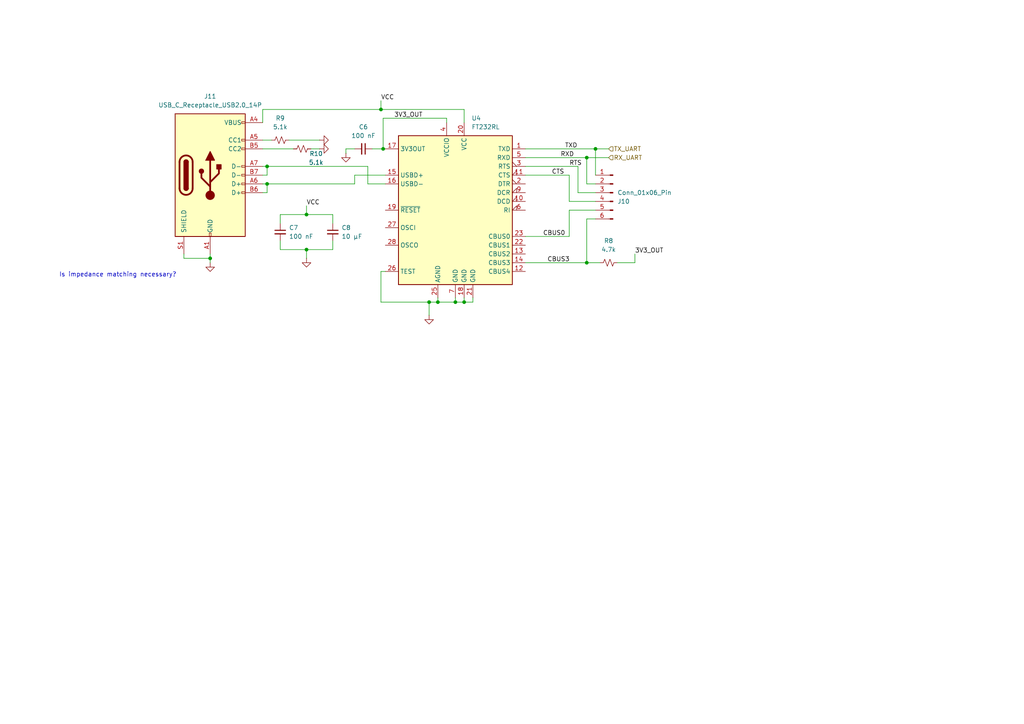
<source format=kicad_sch>
(kicad_sch (version 20250114) (generator "eeschema") (generator_version "9.0")
  (paper "A4")
  (lib_symbols
    (symbol "Connector:Conn_01x06_Pin" (pin_names (offset 1.016) (hide yes))
      (property "Reference" "J" (at 0 7.62 0))
      (property "Value" "Conn_01x06_Pin" (at 0 -10.16 0))
      (symbol "Conn_01x06_Pin_1_1"
        (rectangle (start 0.8636 5.207) (end 0 4.953) (stroke (width 0.1524)) (fill (type outline)))
        (rectangle (start 0.8636 2.667) (end 0 2.413) (stroke (width 0.1524)) (fill (type outline)))
        (rectangle (start 0.8636 0.127) (end 0 -0.127) (stroke (width 0.1524)) (fill (type outline)))
        (rectangle (start 0.8636 -2.413) (end 0 -2.667) (stroke (width 0.1524)) (fill (type outline)))
        (rectangle (start 0.8636 -4.953) (end 0 -5.207) (stroke (width 0.1524)) (fill (type outline)))
        (rectangle (start 0.8636 -7.493) (end 0 -7.747) (stroke (width 0.1524)) (fill (type outline)))
        (polyline (pts (xy 1.27 5.08) (xy 0.8636 5.08)) (stroke (width 0.1524)))
        (polyline (pts (xy 1.27 2.54) (xy 0.8636 2.54)) (stroke (width 0.1524)))
        (polyline (pts (xy 1.27 0) (xy 0.8636 0)) (stroke (width 0.1524)))
        (polyline (pts (xy 1.27 -2.54) (xy 0.8636 -2.54)) (stroke (width 0.1524)))
        (polyline (pts (xy 1.27 -5.08) (xy 0.8636 -5.08)) (stroke (width 0.1524)))
        (polyline (pts (xy 1.27 -7.62) (xy 0.8636 -7.62)) (stroke (width 0.1524)))
        (pin passive line (at 5.08 5.08 180) (length 3.81) (name "Pin_1") (number "1"))
        (pin passive line (at 5.08 2.54 180) (length 3.81) (name "Pin_2") (number "2"))
        (pin passive line (at 5.08 0 180) (length 3.81) (name "Pin_3") (number "3"))
        (pin passive line (at 5.08 -2.54 180) (length 3.81) (name "Pin_4") (number "4"))
        (pin passive line (at 5.08 -5.08 180) (length 3.81) (name "Pin_5") (number "5"))
        (pin passive line (at 5.08 -7.62 180) (length 3.81) (name "Pin_6") (number "6"))
      )
    )
    (symbol "Connector:USB_C_Receptacle_USB2.0_14P" (pin_names (offset 1.016))
      (property "Reference" "J" (at 0 22.225 0))
      (property "Value" "USB_C_Receptacle_USB2.0_14P" (at 0 19.685 0))
      (symbol "USB_C_Receptacle_USB2.0_14P_0_0"
        (rectangle (start -0.254 -17.78) (end 0.254 -16.764))
        (rectangle (start 10.16 15.494) (end 9.144 14.986))
        (rectangle (start 10.16 10.414) (end 9.144 9.906))
        (rectangle (start 10.16 7.874) (end 9.144 7.366))
        (rectangle (start 10.16 2.794) (end 9.144 2.286))
        (rectangle (start 10.16 0.254) (end 9.144 -0.254))
        (rectangle (start 10.16 -2.286) (end 9.144 -2.794))
        (rectangle (start 10.16 -4.826) (end 9.144 -5.334))
      )
      (symbol "USB_C_Receptacle_USB2.0_14P_0_1"
        (rectangle (start -10.16 17.78) (end 10.16 -17.78) (stroke (width 0.254)) (fill (type background)))
        (polyline (pts (xy -8.89 -3.81) (xy -8.89 3.81)) (stroke (width 0.508)))
        (rectangle (start -7.62 -3.81) (end -6.35 3.81) (stroke (width 0.254)) (fill (type outline)))
        (arc (start -7.62 3.81) (mid -6.985 4.4423) (end -6.35 3.81) (stroke (width 0.254)))
        (arc (start -7.62 3.81) (mid -6.985 4.4423) (end -6.35 3.81) (stroke (width 0.254)) (fill (type outline)))
        (arc (start -8.89 3.81) (mid -6.985 5.7067) (end -5.08 3.81) (stroke (width 0.508)))
        (arc (start -5.08 -3.81) (mid -6.985 -5.7067) (end -8.89 -3.81) (stroke (width 0.508)))
        (arc (start -6.35 -3.81) (mid -6.985 -4.4423) (end -7.62 -3.81) (stroke (width 0.254)))
        (arc (start -6.35 -3.81) (mid -6.985 -4.4423) (end -7.62 -3.81) (stroke (width 0.254)) (fill (type outline)))
        (polyline (pts (xy -5.08 3.81) (xy -5.08 -3.81)) (stroke (width 0.508)))
        (circle (center -2.54 1.143) (radius 0.635) (stroke (width 0.254)) (fill (type outline)))
        (polyline (pts (xy -1.27 4.318) (xy 0 6.858) (xy 1.27 4.318) (xy -1.27 4.318)) (stroke (width 0.254)) (fill (type outline)))
        (polyline (pts (xy 0 -2.032) (xy 2.54 0.508) (xy 2.54 1.778)) (stroke (width 0.508)))
        (polyline (pts (xy 0 -3.302) (xy -2.54 -0.762) (xy -2.54 0.508)) (stroke (width 0.508)))
        (polyline (pts (xy 0 -5.842) (xy 0 4.318)) (stroke (width 0.508)))
        (circle (center 0 -5.842) (radius 1.27) (fill (type outline)))
        (rectangle (start 1.905 1.778) (end 3.175 3.048) (stroke (width 0.254)) (fill (type outline)))
      )
      (symbol "USB_C_Receptacle_USB2.0_14P_1_1"
        (pin passive line (at -7.62 -22.86 90) (length 5.08) (name "SHIELD") (number "S1"))
        (pin passive line (at 0 -22.86 90) (length 5.08) (name "GND") (number "A1"))
        (pin passive line (at 0 -22.86 90) (length 5.08) (hide yes) (name "GND") (number "A12"))
        (pin passive line (at 0 -22.86 90) (length 5.08) (hide yes) (name "GND") (number "B1"))
        (pin passive line (at 0 -22.86 90) (length 5.08) (hide yes) (name "GND") (number "B12"))
        (pin passive line (at 15.24 15.24 180) (length 5.08) (name "VBUS") (number "A4"))
        (pin passive line (at 15.24 15.24 180) (length 5.08) (hide yes) (name "VBUS") (number "A9"))
        (pin passive line (at 15.24 15.24 180) (length 5.08) (hide yes) (name "VBUS") (number "B4"))
        (pin passive line (at 15.24 15.24 180) (length 5.08) (hide yes) (name "VBUS") (number "B9"))
        (pin bidirectional line (at 15.24 10.16 180) (length 5.08) (name "CC1") (number "A5"))
        (pin bidirectional line (at 15.24 7.62 180) (length 5.08) (name "CC2") (number "B5"))
        (pin bidirectional line (at 15.24 2.54 180) (length 5.08) (name "D-") (number "A7"))
        (pin bidirectional line (at 15.24 0 180) (length 5.08) (name "D-") (number "B7"))
        (pin bidirectional line (at 15.24 -2.54 180) (length 5.08) (name "D+") (number "A6"))
        (pin bidirectional line (at 15.24 -5.08 180) (length 5.08) (name "D+") (number "B6"))
      )
    )
    (symbol "Device:C_Small" (pin_numbers (hide yes)) (pin_names (offset 0.254) (hide yes))
      (property "Reference" "C" (at 0.254 1.778 0))
      (property "Value" "C_Small" (at 0.254 -2.032 0))
      (symbol "C_Small_0_1"
        (polyline (pts (xy -1.524 0.508) (xy 1.524 0.508)) (stroke (width 0.3048)))
        (polyline (pts (xy -1.524 -0.508) (xy 1.524 -0.508)) (stroke (width 0.3302)))
      )
      (symbol "C_Small_1_1"
        (pin passive line (at 0 2.54 270) (length 2.032) (name "~") (number "1"))
        (pin passive line (at 0 -2.54 90) (length 2.032) (name "~") (number "2"))
      )
    )
    (symbol "Device:R_Small_US" (pin_numbers (hide yes)) (pin_names (offset 0.254) (hide yes))
      (property "Reference" "R" (at 0.762 0.508 0))
      (property "Value" "R_Small_US" (at 0.762 -1.016 0))
      (symbol "R_Small_US_1_1"
        (polyline (pts (xy 0 1.524) (xy 1.016 1.143) (xy 0 0.762) (xy -1.016 0.381) (xy 0 0)))
        (polyline (pts (xy 0 0) (xy 1.016 -0.381) (xy 0 -0.762) (xy -1.016 -1.143) (xy 0 -1.524)))
        (pin passive line (at 0 2.54 270) (length 1.016) (name "~") (number "1"))
        (pin passive line (at 0 -2.54 90) (length 1.016) (name "~") (number "2"))
      )
    )
    (symbol "Interface_USB:FT232RL"
      (property "Reference" "U" (at -16.51 22.86 0))
      (property "Value" "FT232RL" (at 10.16 22.86 0))
      (symbol "FT232RL_0_1"
        (rectangle (start -16.51 21.59) (end 16.51 -21.59) (stroke (width 0.254)) (fill (type background)))
      )
      (symbol "FT232RL_1_1"
        (pin power_out line (at -20.32 17.78 0) (length 3.81) (name "3V3OUT") (number "17"))
        (pin bidirectional line (at -20.32 10.16 0) (length 3.81) (name "USBD+") (number "15"))
        (pin bidirectional line (at -20.32 7.62 0) (length 3.81) (name "USBD-") (number "16"))
        (pin input line (at -20.32 0 0) (length 3.81) (name "~{RESET}") (number "19"))
        (pin input line (at -20.32 -5.08 0) (length 3.81) (name "OSCI") (number "27"))
        (pin output line (at -20.32 -10.16 0) (length 3.81) (name "OSCO") (number "28"))
        (pin input line (at -20.32 -17.78 0) (length 3.81) (name "TEST") (number "26"))
        (pin power_in line (at -5.08 -25.4 90) (length 3.81) (name "AGND") (number "25"))
        (pin power_in line (at -2.54 25.4 270) (length 3.81) (name "VCCIO") (number "4"))
        (pin power_in line (at 0 -25.4 90) (length 3.81) (name "GND") (number "7"))
        (pin power_in line (at 2.54 25.4 270) (length 3.81) (name "VCC") (number "20"))
        (pin power_in line (at 2.54 -25.4 90) (length 3.81) (name "GND") (number "18"))
        (pin power_in line (at 5.08 -25.4 90) (length 3.81) (name "GND") (number "21"))
        (pin output line (at 20.32 17.78 180) (length 3.81) (name "TXD") (number "1"))
        (pin input line (at 20.32 15.24 180) (length 3.81) (name "RXD") (number "5"))
        (pin output output_low (at 20.32 12.7 180) (length 3.81) (name "RTS") (number "3"))
        (pin input input_low (at 20.32 10.16 180) (length 3.81) (name "CTS") (number "11"))
        (pin output output_low (at 20.32 7.62 180) (length 3.81) (name "DTR") (number "2"))
        (pin input input_low (at 20.32 5.08 180) (length 3.81) (name "DCR") (number "9"))
        (pin input input_low (at 20.32 2.54 180) (length 3.81) (name "DCD") (number "10"))
        (pin input input_low (at 20.32 0 180) (length 3.81) (name "RI") (number "6"))
        (pin bidirectional line (at 20.32 -7.62 180) (length 3.81) (name "CBUS0") (number "23"))
        (pin bidirectional line (at 20.32 -10.16 180) (length 3.81) (name "CBUS1") (number "22"))
        (pin bidirectional line (at 20.32 -12.7 180) (length 3.81) (name "CBUS2") (number "13"))
        (pin bidirectional line (at 20.32 -15.24 180) (length 3.81) (name "CBUS3") (number "14"))
        (pin bidirectional line (at 20.32 -17.78 180) (length 3.81) (name "CBUS4") (number "12"))
      )
    )
    (symbol "power:GND" (power) (pin_numbers (hide yes)) (pin_names (offset 0) (hide yes))
      (property "Value" "GND" (at 0 -3.81 0))
      (symbol "GND_0_1"
        (polyline (pts (xy 0 0) (xy 0 -1.27) (xy 1.27 -1.27) (xy 0 -2.54) (xy -1.27 -1.27) (xy 0 -1.27)))
      )
      (symbol "GND_1_1"
        (pin power_in line (at 0 0 270) (length 0) (name "~") (number "1"))
      )
    )
  )
  (text "Is impedance matching necessary? " (at 34.671 79.756 0) (effects (font (size 1.27 1.27))))
  (junction (at 170.18 76.2))
  (junction (at 77.47 48.26))
  (junction (at 88.9 72.39))
  (junction (at 172.72 43.18))
  (junction (at 110.49 31.75))
  (junction (at 111.125 43.18))
  (junction (at 88.9 62.23))
  (junction (at 124.46 87.63))
  (junction (at 77.47 53.34))
  (junction (at 60.96 74.93))
  (junction (at 132.08 87.63))
  (junction (at 170.18 45.72))
  (junction (at 127 87.63))
  (junction (at 134.62 87.63))
  (wire (pts (xy 83.82 40.64) (xy 92.71 40.64)))
  (wire (pts (xy 170.18 45.72) (xy 176.53 45.72)))
  (wire (pts (xy 88.9 62.23) (xy 96.52 62.23)))
  (wire (pts (xy 179.07 76.2) (xy 184.15 76.2)))
  (wire (pts (xy 111.125 43.18) (xy 111.76 43.18)))
  (wire (pts (xy 76.2 31.75) (xy 110.49 31.75)))
  (wire (pts (xy 127 87.63) (xy 132.08 87.63)))
  (wire (pts (xy 111.125 34.29) (xy 111.125 43.18)))
  (wire (pts (xy 102.87 50.8) (xy 111.76 50.8)))
  (wire (pts (xy 134.62 87.63) (xy 137.16 87.63)))
  (wire (pts (xy 127 86.36) (xy 127 87.63)))
  (wire (pts (xy 96.52 62.23) (xy 96.52 64.77)))
  (wire (pts (xy 76.2 55.88) (xy 77.47 55.88)))
  (wire (pts (xy 152.4 76.2) (xy 170.18 76.2)))
  (wire (pts (xy 107.95 43.18) (xy 111.125 43.18)))
  (wire (pts (xy 172.72 43.18) (xy 152.4 43.18)))
  (wire (pts (xy 137.16 86.36) (xy 137.16 87.63)))
  (wire (pts (xy 165.1 68.58) (xy 165.1 60.96)))
  (wire (pts (xy 60.96 74.93) (xy 60.96 76.2)))
  (wire (pts (xy 53.34 74.93) (xy 60.96 74.93)))
  (wire (pts (xy 102.87 53.34) (xy 102.87 50.8)))
  (wire (pts (xy 165.1 58.42) (xy 172.72 58.42)))
  (wire (pts (xy 81.28 64.77) (xy 81.28 62.23)))
  (wire (pts (xy 81.28 69.85) (xy 81.28 72.39)))
  (wire (pts (xy 111.76 53.34) (xy 106.68 53.34)))
  (wire (pts (xy 76.2 53.34) (xy 77.47 53.34)))
  (wire (pts (xy 170.18 63.5) (xy 172.72 63.5)))
  (wire (pts (xy 100.33 44.45) (xy 100.33 43.18)))
  (wire (pts (xy 76.2 31.75) (xy 76.2 35.56)))
  (wire (pts (xy 76.2 50.8) (xy 77.47 50.8)))
  (wire (pts (xy 96.52 72.39) (xy 96.52 69.85)))
  (wire (pts (xy 88.9 72.39) (xy 88.9 74.93)))
  (wire (pts (xy 53.34 73.66) (xy 53.34 74.93)))
  (wire (pts (xy 110.49 78.74) (xy 111.76 78.74)))
  (wire (pts (xy 167.64 55.88) (xy 167.64 48.26)))
  (wire (pts (xy 132.08 87.63) (xy 134.62 87.63)))
  (wire (pts (xy 165.1 60.96) (xy 172.72 60.96)))
  (wire (pts (xy 172.72 55.88) (xy 167.64 55.88)))
  (wire (pts (xy 170.18 45.72) (xy 170.18 53.34)))
  (wire (pts (xy 172.72 50.8) (xy 172.72 43.18)))
  (wire (pts (xy 124.46 87.63) (xy 127 87.63)))
  (wire (pts (xy 81.28 62.23) (xy 88.9 62.23)))
  (wire (pts (xy 90.17 43.18) (xy 92.71 43.18)))
  (wire (pts (xy 152.4 45.72) (xy 170.18 45.72)))
  (wire (pts (xy 170.18 53.34) (xy 172.72 53.34)))
  (wire (pts (xy 129.54 35.56) (xy 129.54 34.29)))
  (wire (pts (xy 172.72 43.18) (xy 176.53 43.18)))
  (wire (pts (xy 170.18 76.2) (xy 173.99 76.2)))
  (wire (pts (xy 81.28 72.39) (xy 88.9 72.39)))
  (wire (pts (xy 110.49 87.63) (xy 124.46 87.63)))
  (wire (pts (xy 106.68 48.26) (xy 77.47 48.26)))
  (wire (pts (xy 152.4 50.8) (xy 165.1 50.8)))
  (wire (pts (xy 77.47 53.34) (xy 102.87 53.34)))
  (wire (pts (xy 77.47 55.88) (xy 77.47 53.34)))
  (wire (pts (xy 110.49 78.74) (xy 110.49 87.63)))
  (wire (pts (xy 106.68 48.26) (xy 106.68 53.34)))
  (wire (pts (xy 152.4 68.58) (xy 165.1 68.58)))
  (wire (pts (xy 77.47 48.26) (xy 77.47 50.8)))
  (wire (pts (xy 129.54 34.29) (xy 111.125 34.29)))
  (wire (pts (xy 134.62 31.75) (xy 110.49 31.75)))
  (wire (pts (xy 170.18 76.2) (xy 170.18 63.5)))
  (wire (pts (xy 76.2 40.64) (xy 78.74 40.64)))
  (wire (pts (xy 134.62 35.56) (xy 134.62 31.75)))
  (wire (pts (xy 77.47 48.26) (xy 76.2 48.26)))
  (wire (pts (xy 60.96 73.66) (xy 60.96 74.93)))
  (wire (pts (xy 124.46 87.63) (xy 124.46 91.44)))
  (wire (pts (xy 165.1 50.8) (xy 165.1 58.42)))
  (wire (pts (xy 167.64 48.26) (xy 152.4 48.26)))
  (wire (pts (xy 76.2 43.18) (xy 85.09 43.18)))
  (wire (pts (xy 134.62 86.36) (xy 134.62 87.63)))
  (wire (pts (xy 100.33 43.18) (xy 102.87 43.18)))
  (wire (pts (xy 88.9 59.69) (xy 88.9 62.23)))
  (wire (pts (xy 88.9 72.39) (xy 96.52 72.39)))
  (wire (pts (xy 110.49 29.21) (xy 110.49 31.75)))
  (wire (pts (xy 184.15 73.66) (xy 184.15 76.2)))
  (wire (pts (xy 132.08 86.36) (xy 132.08 87.63)))
  (label "3V3_OUT" (at 114.3 34.29 0))
  (label "CTS" (at 160.02 50.8 0))
  (label "CBUS0" (at 157.48 68.58 0))
  (label "TXD" (at 163.83 43.18 0))
  (label "CBUS3" (at 158.75 76.2 0))
  (label "VCC" (at 110.49 29.21 0))
  (label "RTS" (at 165.1 48.26 0))
  (label "RXD" (at 162.56 45.72 0))
  (label "VCC" (at 88.9 59.69 0))
  (label "3V3_OUT" (at 184.15 73.66 0))
  (hierarchical_label "RX_UART" (shape input) (at 176.53 45.72 0))
  (hierarchical_label "TX_UART" (shape input) (at 176.53 43.18 0))
  (symbol (lib_id "Device:C_Small") (at 81.28 67.31 0) (unit 1)
    (property "Reference" "C7" (at 83.82 66.0462 0) (effects (justify left)))
    (property "Value" "100 nF" (at 83.82 68.5862 0) (effects (justify left)))
    (property "Footprint" "Capacitor_SMD:C_0805_2012Metric" (effects (hide yes)))
    (property "Description" "Unpolarized capacitor, small symbol" (effects (hide yes)))
  )
  (symbol (lib_id "Connector:Conn_01x06_Pin") (at 177.8 55.88 0) (mirror y) (unit 1)
    (property "Reference" "J10" (at 179.07 58.4201 0) (effects (justify right)))
    (property "Value" "Conn_01x06_Pin" (at 179.07 55.8801 0) (effects (justify right)))
    (property "Footprint" "Connector_PinHeader_2.54mm:PinHeader_1x06_P2.54mm_Vertical" (effects (hide yes)))
    (property "Description" "Generic connector, single row, 01x06, script generated" (effects (hide yes)))
  )
  (symbol (lib_id "power:GND") (at 88.9 74.93 0) (unit 1)
    (property "Reference" "#PWR017" (effects (hide yes)))
    (property "Value" "GND" (effects (hide yes)))
    (property "Description" "Power symbol creates a global label with name \"GND\" , ground" (effects (hide yes)))
  )
  (symbol (lib_id "Interface_USB:FT232RL") (at 132.08 60.96 0) (unit 1)
    (property "Reference" "U4" (at 136.7633 34.29 0) (effects (justify left)))
    (property "Value" "FT232RL" (at 136.7633 36.83 0) (effects (justify left)))
    (property "Footprint" "Package_SO:SSOP-28_5.3x10.2mm_P0.65mm" (effects (hide yes)))
    (property "Datasheet" "https://www.ftdichip.com/Support/Documents/DataSheets/ICs/DS_FT232R.pdf" (effects (hide yes)))
    (property "Description" "USB to Serial Interface, SSOP-28" (effects (hide yes)))
  )
  (symbol (lib_id "power:GND") (at 100.33 44.45 0) (unit 1)
    (property "Reference" "#PWR014" (effects (hide yes)))
    (property "Value" "GND" (effects (hide yes)))
    (property "Description" "Power symbol creates a global label with name \"GND\" , ground" (effects (hide yes)))
  )
  (symbol (lib_id "power:GND") (at 92.71 40.64 90) (unit 1)
    (property "Reference" "#PWR016" (effects (hide yes)))
    (property "Value" "GND" (effects (hide yes)))
    (property "Description" "Power symbol creates a global label with name \"GND\" , ground" (effects (hide yes)))
  )
  (symbol (lib_id "Device:C_Small") (at 105.41 43.18 270) (unit 1)
    (property "Reference" "C6" (at 105.4036 36.83 90))
    (property "Value" "100 nF" (at 105.4036 39.37 90))
    (property "Footprint" "Capacitor_SMD:C_0805_2012Metric" (effects (hide yes)))
    (property "Description" "Unpolarized capacitor, small symbol" (effects (hide yes)))
  )
  (symbol (lib_id "Device:C_Small") (at 96.52 67.31 0) (unit 1)
    (property "Reference" "C8" (at 99.06 66.0462 0) (effects (justify left)))
    (property "Value" "10 µF" (at 99.06 68.5862 0) (effects (justify left)))
    (property "Footprint" "Capacitor_SMD:C_0805_2012Metric" (effects (hide yes)))
    (property "Description" "Unpolarized capacitor, small symbol" (effects (hide yes)))
  )
  (symbol (lib_id "power:GND") (at 60.96 76.2 0) (unit 1)
    (property "Reference" "#PWR012" (effects (hide yes)))
    (property "Value" "GND" (effects (hide yes)))
    (property "Description" "Power symbol creates a global label with name \"GND\" , ground" (effects (hide yes)))
  )
  (symbol (lib_id "Device:R_Small_US") (at 87.63 43.18 270) (unit 1)
    (property "Reference" "R10" (at 91.694 44.577 90))
    (property "Value" "5.1k" (at 91.694 47.117 90))
    (property "Footprint" "Resistor_SMD:R_0805_2012Metric" (effects (hide yes)))
    (property "Description" "Resistor, small US symbol" (effects (hide yes)))
  )
  (symbol (lib_id "Connector:USB_C_Receptacle_USB2.0_14P") (at 60.96 50.8 0) (unit 1)
    (property "Reference" "J11" (at 60.96 27.94 0))
    (property "Value" "USB_C_Receptacle_USB2.0_14P" (at 60.96 30.48 0))
    (property "Footprint" "Connector_USB:USB_C_Receptacle_GCT_USB4110" (effects (hide yes)))
    (property "Datasheet" "https://www.usb.org/sites/default/files/documents/usb_type-c.zip" (effects (hide yes)))
    (property "Description" "USB 2.0-only 14P Type-C Receptacle connector" (effects (hide yes)))
  )
  (symbol (lib_id "power:GND") (at 124.46 91.44 0) (unit 1)
    (property "Reference" "#PWR013" (effects (hide yes)))
    (property "Value" "GND" (effects (hide yes)))
    (property "Description" "Power symbol creates a global label with name \"GND\" , ground" (effects (hide yes)))
  )
  (symbol (lib_id "Device:R_Small_US") (at 176.53 76.2 90) (unit 1)
    (property "Reference" "R8" (at 176.53 69.85 90))
    (property "Value" "4.7k" (at 176.53 72.39 90))
    (property "Footprint" "Resistor_SMD:R_0805_2012Metric" (effects (hide yes)))
    (property "Description" "Resistor, small US symbol" (effects (hide yes)))
  )
  (symbol (lib_id "Device:R_Small_US") (at 81.28 40.64 270) (unit 1)
    (property "Reference" "R9" (at 81.28 34.29 90))
    (property "Value" "5.1k" (at 81.28 36.83 90))
    (property "Footprint" "Resistor_SMD:R_0805_2012Metric" (effects (hide yes)))
    (property "Description" "Resistor, small US symbol" (effects (hide yes)))
  )
  (symbol (lib_id "power:GND") (at 92.71 43.18 90) (unit 1)
    (property "Reference" "#PWR015" (effects (hide yes)))
    (property "Value" "GND" (effects (hide yes)))
    (property "Description" "Power symbol creates a global label with name \"GND\" , ground" (effects (hide yes)))
  )
)
</source>
